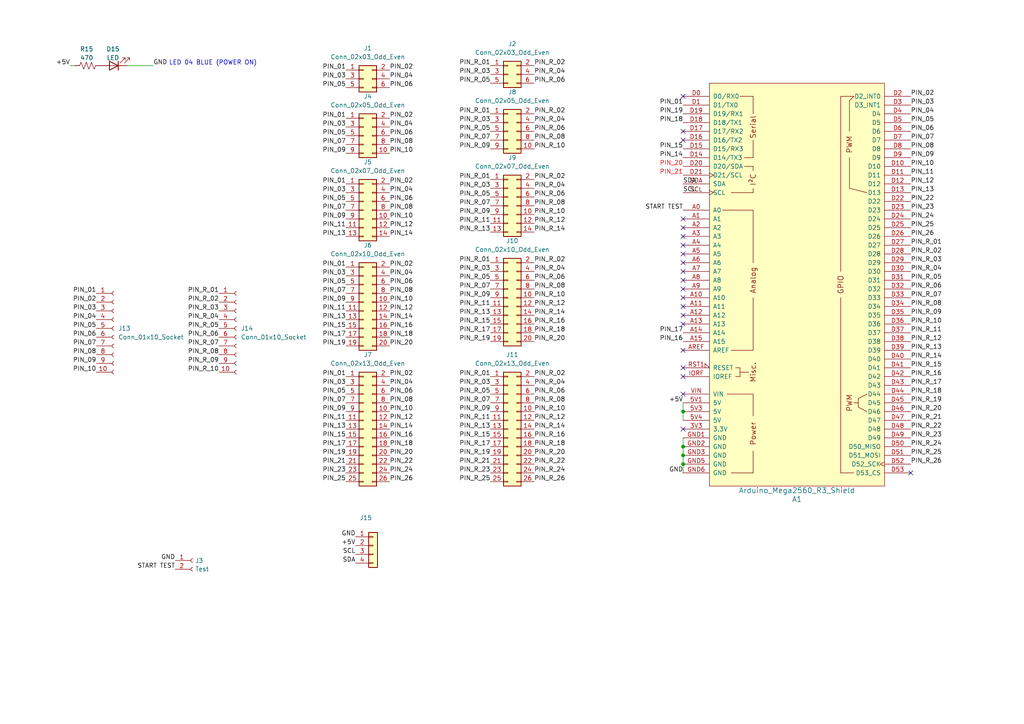
<source format=kicad_sch>
(kicad_sch (version 20231120) (generator "eeschema") (generator_version "8.0")
  (paper "A4")
  (lib_symbols
    (symbol "Arduino_NW_I2C-rescue:PT_Conn_01x04-PT_Symbol_Library_v001" (pin_names (offset 1.016) hide)
      (property "Reference" "J" (at 0 7.62 0))
      (property "Value" "PT_Symbol_Library_v001_PT_Conn_01x04" (at -1.27 -5.08 0))
      (symbol "PT_Conn_01x04-PT_Symbol_Library_v001_1_1"
        (rectangle (start -1.27 -2.413) (end 0 -2.667) (stroke (width 0.1524)))
        (rectangle (start -1.27 0.127) (end 0 -0.127) (stroke (width 0.1524)))
        (rectangle (start -1.27 2.667) (end 0 2.413) (stroke (width 0.1524)))
        (rectangle (start -1.27 5.207) (end 0 4.953) (stroke (width 0.1524)))
        (rectangle (start -1.27 6.35) (end 1.27 -3.81) (stroke (width 0.254)) (fill (type background)))
        (pin passive line (at -5.08 5.08 0) (length 3.81) (name "Pin_1") (number "1"))
        (pin passive line (at -5.08 2.54 0) (length 3.81) (name "Pin_2") (number "2"))
        (pin passive line (at -5.08 0 0) (length 3.81) (name "Pin_3") (number "3"))
        (pin passive line (at -5.08 -2.54 0) (length 3.81) (name "Pin_4") (number "4"))
      )
    )
    (symbol "Connector:Conn_01x02_Socket" (pin_names (offset 1.016) hide)
      (property "Reference" "J" (at 0 2.54 0))
      (property "Value" "Conn_01x02_Socket" (at 0 -5.08 0))
      (symbol "Conn_01x02_Socket_1_1"
        (arc (start 0 -2.032) (mid -0.5058 -2.54) (end 0 -3.048) (stroke (width 0.1524)))
        (polyline (pts (xy -1.27 -2.54) (xy -0.508 -2.54)) (stroke (width 0.1524)))
        (polyline (pts (xy -1.27 0) (xy -0.508 0)) (stroke (width 0.1524)))
        (arc (start 0 0.508) (mid -0.5058 0) (end 0 -0.508) (stroke (width 0.1524)))
        (pin passive line (at -5.08 0 0) (length 3.81) (name "Pin_1") (number "1"))
        (pin passive line (at -5.08 -2.54 0) (length 3.81) (name "Pin_2") (number "2"))
      )
    )
    (symbol "Connector:Conn_01x10_Socket" (pin_names (offset 1.016) hide)
      (property "Reference" "J" (at 0 12.7 0))
      (property "Value" "Conn_01x10_Socket" (at 0 -15.24 0))
      (symbol "Conn_01x10_Socket_1_1"
        (arc (start 0 -12.192) (mid -0.5058 -12.7) (end 0 -13.208) (stroke (width 0.1524)))
        (arc (start 0 -9.652) (mid -0.5058 -10.16) (end 0 -10.668) (stroke (width 0.1524)))
        (arc (start 0 -7.112) (mid -0.5058 -7.62) (end 0 -8.128) (stroke (width 0.1524)))
        (arc (start 0 -4.572) (mid -0.5058 -5.08) (end 0 -5.588) (stroke (width 0.1524)))
        (arc (start 0 -2.032) (mid -0.5058 -2.54) (end 0 -3.048) (stroke (width 0.1524)))
        (polyline (pts (xy -1.27 -12.7) (xy -0.508 -12.7)) (stroke (width 0.1524)))
        (polyline (pts (xy -1.27 -10.16) (xy -0.508 -10.16)) (stroke (width 0.1524)))
        (polyline (pts (xy -1.27 -7.62) (xy -0.508 -7.62)) (stroke (width 0.1524)))
        (polyline (pts (xy -1.27 -5.08) (xy -0.508 -5.08)) (stroke (width 0.1524)))
        (polyline (pts (xy -1.27 -2.54) (xy -0.508 -2.54)) (stroke (width 0.1524)))
        (polyline (pts (xy -1.27 0) (xy -0.508 0)) (stroke (width 0.1524)))
        (polyline (pts (xy -1.27 2.54) (xy -0.508 2.54)) (stroke (width 0.1524)))
        (polyline (pts (xy -1.27 5.08) (xy -0.508 5.08)) (stroke (width 0.1524)))
        (polyline (pts (xy -1.27 7.62) (xy -0.508 7.62)) (stroke (width 0.1524)))
        (polyline (pts (xy -1.27 10.16) (xy -0.508 10.16)) (stroke (width 0.1524)))
        (arc (start 0 0.508) (mid -0.5058 0) (end 0 -0.508) (stroke (width 0.1524)))
        (arc (start 0 3.048) (mid -0.5058 2.54) (end 0 2.032) (stroke (width 0.1524)))
        (arc (start 0 5.588) (mid -0.5058 5.08) (end 0 4.572) (stroke (width 0.1524)))
        (arc (start 0 8.128) (mid -0.5058 7.62) (end 0 7.112) (stroke (width 0.1524)))
        (arc (start 0 10.668) (mid -0.5058 10.16) (end 0 9.652) (stroke (width 0.1524)))
        (pin passive line (at -5.08 10.16 0) (length 3.81) (name "Pin_1") (number "1"))
        (pin passive line (at -5.08 -12.7 0) (length 3.81) (name "Pin_10") (number "10"))
        (pin passive line (at -5.08 7.62 0) (length 3.81) (name "Pin_2") (number "2"))
        (pin passive line (at -5.08 5.08 0) (length 3.81) (name "Pin_3") (number "3"))
        (pin passive line (at -5.08 2.54 0) (length 3.81) (name "Pin_4") (number "4"))
        (pin passive line (at -5.08 0 0) (length 3.81) (name "Pin_5") (number "5"))
        (pin passive line (at -5.08 -2.54 0) (length 3.81) (name "Pin_6") (number "6"))
        (pin passive line (at -5.08 -5.08 0) (length 3.81) (name "Pin_7") (number "7"))
        (pin passive line (at -5.08 -7.62 0) (length 3.81) (name "Pin_8") (number "8"))
        (pin passive line (at -5.08 -10.16 0) (length 3.81) (name "Pin_9") (number "9"))
      )
    )
    (symbol "Connector_Generic:Conn_02x03_Odd_Even" (pin_names (offset 1.016) hide)
      (property "Reference" "J" (at 1.27 5.08 0))
      (property "Value" "Conn_02x03_Odd_Even" (at 1.27 -5.08 0))
      (symbol "Conn_02x03_Odd_Even_1_1"
        (rectangle (start -1.27 -2.413) (end 0 -2.667) (stroke (width 0.1524)))
        (rectangle (start -1.27 0.127) (end 0 -0.127) (stroke (width 0.1524)))
        (rectangle (start -1.27 2.667) (end 0 2.413) (stroke (width 0.1524)))
        (rectangle (start -1.27 3.81) (end 3.81 -3.81) (stroke (width 0.254)) (fill (type background)))
        (rectangle (start 3.81 -2.413) (end 2.54 -2.667) (stroke (width 0.1524)))
        (rectangle (start 3.81 0.127) (end 2.54 -0.127) (stroke (width 0.1524)))
        (rectangle (start 3.81 2.667) (end 2.54 2.413) (stroke (width 0.1524)))
        (pin passive line (at -5.08 2.54 0) (length 3.81) (name "Pin_1") (number "1"))
        (pin passive line (at 7.62 2.54 180) (length 3.81) (name "Pin_2") (number "2"))
        (pin passive line (at -5.08 0 0) (length 3.81) (name "Pin_3") (number "3"))
        (pin passive line (at 7.62 0 180) (length 3.81) (name "Pin_4") (number "4"))
        (pin passive line (at -5.08 -2.54 0) (length 3.81) (name "Pin_5") (number "5"))
        (pin passive line (at 7.62 -2.54 180) (length 3.81) (name "Pin_6") (number "6"))
      )
    )
    (symbol "Connector_Generic:Conn_02x05_Odd_Even" (pin_names (offset 1.016) hide)
      (property "Reference" "J" (at 1.27 7.62 0))
      (property "Value" "Conn_02x05_Odd_Even" (at 1.27 -7.62 0))
      (symbol "Conn_02x05_Odd_Even_1_1"
        (rectangle (start -1.27 -4.953) (end 0 -5.207) (stroke (width 0.1524)))
        (rectangle (start -1.27 -2.413) (end 0 -2.667) (stroke (width 0.1524)))
        (rectangle (start -1.27 0.127) (end 0 -0.127) (stroke (width 0.1524)))
        (rectangle (start -1.27 2.667) (end 0 2.413) (stroke (width 0.1524)))
        (rectangle (start -1.27 5.207) (end 0 4.953) (stroke (width 0.1524)))
        (rectangle (start -1.27 6.35) (end 3.81 -6.35) (stroke (width 0.254)) (fill (type background)))
        (rectangle (start 3.81 -4.953) (end 2.54 -5.207) (stroke (width 0.1524)))
        (rectangle (start 3.81 -2.413) (end 2.54 -2.667) (stroke (width 0.1524)))
        (rectangle (start 3.81 0.127) (end 2.54 -0.127) (stroke (width 0.1524)))
        (rectangle (start 3.81 2.667) (end 2.54 2.413) (stroke (width 0.1524)))
        (rectangle (start 3.81 5.207) (end 2.54 4.953) (stroke (width 0.1524)))
        (pin passive line (at -5.08 5.08 0) (length 3.81) (name "Pin_1") (number "1"))
        (pin passive line (at 7.62 -5.08 180) (length 3.81) (name "Pin_10") (number "10"))
        (pin passive line (at 7.62 5.08 180) (length 3.81) (name "Pin_2") (number "2"))
        (pin passive line (at -5.08 2.54 0) (length 3.81) (name "Pin_3") (number "3"))
        (pin passive line (at 7.62 2.54 180) (length 3.81) (name "Pin_4") (number "4"))
        (pin passive line (at -5.08 0 0) (length 3.81) (name "Pin_5") (number "5"))
        (pin passive line (at 7.62 0 180) (length 3.81) (name "Pin_6") (number "6"))
        (pin passive line (at -5.08 -2.54 0) (length 3.81) (name "Pin_7") (number "7"))
        (pin passive line (at 7.62 -2.54 180) (length 3.81) (name "Pin_8") (number "8"))
        (pin passive line (at -5.08 -5.08 0) (length 3.81) (name "Pin_9") (number "9"))
      )
    )
    (symbol "Connector_Generic:Conn_02x07_Odd_Even" (pin_names (offset 1.016) hide)
      (property "Reference" "J" (at 1.27 10.16 0))
      (property "Value" "Conn_02x07_Odd_Even" (at 1.27 -10.16 0))
      (symbol "Conn_02x07_Odd_Even_1_1"
        (rectangle (start -1.27 -7.493) (end 0 -7.747) (stroke (width 0.1524)))
        (rectangle (start -1.27 -4.953) (end 0 -5.207) (stroke (width 0.1524)))
        (rectangle (start -1.27 -2.413) (end 0 -2.667) (stroke (width 0.1524)))
        (rectangle (start -1.27 0.127) (end 0 -0.127) (stroke (width 0.1524)))
        (rectangle (start -1.27 2.667) (end 0 2.413) (stroke (width 0.1524)))
        (rectangle (start -1.27 5.207) (end 0 4.953) (stroke (width 0.1524)))
        (rectangle (start -1.27 7.747) (end 0 7.493) (stroke (width 0.1524)))
        (rectangle (start -1.27 8.89) (end 3.81 -8.89) (stroke (width 0.254)) (fill (type background)))
        (rectangle (start 3.81 -7.493) (end 2.54 -7.747) (stroke (width 0.1524)))
        (rectangle (start 3.81 -4.953) (end 2.54 -5.207) (stroke (width 0.1524)))
        (rectangle (start 3.81 -2.413) (end 2.54 -2.667) (stroke (width 0.1524)))
        (rectangle (start 3.81 0.127) (end 2.54 -0.127) (stroke (width 0.1524)))
        (rectangle (start 3.81 2.667) (end 2.54 2.413) (stroke (width 0.1524)))
        (rectangle (start 3.81 5.207) (end 2.54 4.953) (stroke (width 0.1524)))
        (rectangle (start 3.81 7.747) (end 2.54 7.493) (stroke (width 0.1524)))
        (pin passive line (at -5.08 7.62 0) (length 3.81) (name "Pin_1") (number "1"))
        (pin passive line (at 7.62 -2.54 180) (length 3.81) (name "Pin_10") (number "10"))
        (pin passive line (at -5.08 -5.08 0) (length 3.81) (name "Pin_11") (number "11"))
        (pin passive line (at 7.62 -5.08 180) (length 3.81) (name "Pin_12") (number "12"))
        (pin passive line (at -5.08 -7.62 0) (length 3.81) (name "Pin_13") (number "13"))
        (pin passive line (at 7.62 -7.62 180) (length 3.81) (name "Pin_14") (number "14"))
        (pin passive line (at 7.62 7.62 180) (length 3.81) (name "Pin_2") (number "2"))
        (pin passive line (at -5.08 5.08 0) (length 3.81) (name "Pin_3") (number "3"))
        (pin passive line (at 7.62 5.08 180) (length 3.81) (name "Pin_4") (number "4"))
        (pin passive line (at -5.08 2.54 0) (length 3.81) (name "Pin_5") (number "5"))
        (pin passive line (at 7.62 2.54 180) (length 3.81) (name "Pin_6") (number "6"))
        (pin passive line (at -5.08 0 0) (length 3.81) (name "Pin_7") (number "7"))
        (pin passive line (at 7.62 0 180) (length 3.81) (name "Pin_8") (number "8"))
        (pin passive line (at -5.08 -2.54 0) (length 3.81) (name "Pin_9") (number "9"))
      )
    )
    (symbol "Connector_Generic:Conn_02x10_Odd_Even" (pin_names (offset 1.016) hide)
      (property "Reference" "J" (at 1.27 12.7 0))
      (property "Value" "Conn_02x10_Odd_Even" (at 1.27 -15.24 0))
      (symbol "Conn_02x10_Odd_Even_1_1"
        (rectangle (start -1.27 -12.573) (end 0 -12.827) (stroke (width 0.1524)))
        (rectangle (start -1.27 -10.033) (end 0 -10.287) (stroke (width 0.1524)))
        (rectangle (start -1.27 -7.493) (end 0 -7.747) (stroke (width 0.1524)))
        (rectangle (start -1.27 -4.953) (end 0 -5.207) (stroke (width 0.1524)))
        (rectangle (start -1.27 -2.413) (end 0 -2.667) (stroke (width 0.1524)))
        (rectangle (start -1.27 0.127) (end 0 -0.127) (stroke (width 0.1524)))
        (rectangle (start -1.27 2.667) (end 0 2.413) (stroke (width 0.1524)))
        (rectangle (start -1.27 5.207) (end 0 4.953) (stroke (width 0.1524)))
        (rectangle (start -1.27 7.747) (end 0 7.493) (stroke (width 0.1524)))
        (rectangle (start -1.27 10.287) (end 0 10.033) (stroke (width 0.1524)))
        (rectangle (start -1.27 11.43) (end 3.81 -13.97) (stroke (width 0.254)) (fill (type background)))
        (rectangle (start 3.81 -12.573) (end 2.54 -12.827) (stroke (width 0.1524)))
        (rectangle (start 3.81 -10.033) (end 2.54 -10.287) (stroke (width 0.1524)))
        (rectangle (start 3.81 -7.493) (end 2.54 -7.747) (stroke (width 0.1524)))
        (rectangle (start 3.81 -4.953) (end 2.54 -5.207) (stroke (width 0.1524)))
        (rectangle (start 3.81 -2.413) (end 2.54 -2.667) (stroke (width 0.1524)))
        (rectangle (start 3.81 0.127) (end 2.54 -0.127) (stroke (width 0.1524)))
        (rectangle (start 3.81 2.667) (end 2.54 2.413) (stroke (width 0.1524)))
        (rectangle (start 3.81 5.207) (end 2.54 4.953) (stroke (width 0.1524)))
        (rectangle (start 3.81 7.747) (end 2.54 7.493) (stroke (width 0.1524)))
        (rectangle (start 3.81 10.287) (end 2.54 10.033) (stroke (width 0.1524)))
        (pin passive line (at -5.08 10.16 0) (length 3.81) (name "Pin_1") (number "1"))
        (pin passive line (at 7.62 0 180) (length 3.81) (name "Pin_10") (number "10"))
        (pin passive line (at -5.08 -2.54 0) (length 3.81) (name "Pin_11") (number "11"))
        (pin passive line (at 7.62 -2.54 180) (length 3.81) (name "Pin_12") (number "12"))
        (pin passive line (at -5.08 -5.08 0) (length 3.81) (name "Pin_13") (number "13"))
        (pin passive line (at 7.62 -5.08 180) (length 3.81) (name "Pin_14") (number "14"))
        (pin passive line (at -5.08 -7.62 0) (length 3.81) (name "Pin_15") (number "15"))
        (pin passive line (at 7.62 -7.62 180) (length 3.81) (name "Pin_16") (number "16"))
        (pin passive line (at -5.08 -10.16 0) (length 3.81) (name "Pin_17") (number "17"))
        (pin passive line (at 7.62 -10.16 180) (length 3.81) (name "Pin_18") (number "18"))
        (pin passive line (at -5.08 -12.7 0) (length 3.81) (name "Pin_19") (number "19"))
        (pin passive line (at 7.62 10.16 180) (length 3.81) (name "Pin_2") (number "2"))
        (pin passive line (at 7.62 -12.7 180) (length 3.81) (name "Pin_20") (number "20"))
        (pin passive line (at -5.08 7.62 0) (length 3.81) (name "Pin_3") (number "3"))
        (pin passive line (at 7.62 7.62 180) (length 3.81) (name "Pin_4") (number "4"))
        (pin passive line (at -5.08 5.08 0) (length 3.81) (name "Pin_5") (number "5"))
        (pin passive line (at 7.62 5.08 180) (length 3.81) (name "Pin_6") (number "6"))
        (pin passive line (at -5.08 2.54 0) (length 3.81) (name "Pin_7") (number "7"))
        (pin passive line (at 7.62 2.54 180) (length 3.81) (name "Pin_8") (number "8"))
        (pin passive line (at -5.08 0 0) (length 3.81) (name "Pin_9") (number "9"))
      )
    )
    (symbol "Connector_Generic:Conn_02x13_Odd_Even" (pin_names (offset 1.016) hide)
      (property "Reference" "J" (at 1.27 17.78 0))
      (property "Value" "Conn_02x13_Odd_Even" (at 1.27 -17.78 0))
      (symbol "Conn_02x13_Odd_Even_1_1"
        (rectangle (start -1.27 -15.113) (end 0 -15.367) (stroke (width 0.1524)))
        (rectangle (start -1.27 -12.573) (end 0 -12.827) (stroke (width 0.1524)))
        (rectangle (start -1.27 -10.033) (end 0 -10.287) (stroke (width 0.1524)))
        (rectangle (start -1.27 -7.493) (end 0 -7.747) (stroke (width 0.1524)))
        (rectangle (start -1.27 -4.953) (end 0 -5.207) (stroke (width 0.1524)))
        (rectangle (start -1.27 -2.413) (end 0 -2.667) (stroke (width 0.1524)))
        (rectangle (start -1.27 0.127) (end 0 -0.127) (stroke (width 0.1524)))
        (rectangle (start -1.27 2.667) (end 0 2.413) (stroke (width 0.1524)))
        (rectangle (start -1.27 5.207) (end 0 4.953) (stroke (width 0.1524)))
        (rectangle (start -1.27 7.747) (end 0 7.493) (stroke (width 0.1524)))
        (rectangle (start -1.27 10.287) (end 0 10.033) (stroke (width 0.1524)))
        (rectangle (start -1.27 12.827) (end 0 12.573) (stroke (width 0.1524)))
        (rectangle (start -1.27 15.367) (end 0 15.113) (stroke (width 0.1524)))
        (rectangle (start -1.27 16.51) (end 3.81 -16.51) (stroke (width 0.254)) (fill (type background)))
        (rectangle (start 3.81 -15.113) (end 2.54 -15.367) (stroke (width 0.1524)))
        (rectangle (start 3.81 -12.573) (end 2.54 -12.827) (stroke (width 0.1524)))
        (rectangle (start 3.81 -10.033) (end 2.54 -10.287) (stroke (width 0.1524)))
        (rectangle (start 3.81 -7.493) (end 2.54 -7.747) (stroke (width 0.1524)))
        (rectangle (start 3.81 -4.953) (end 2.54 -5.207) (stroke (width 0.1524)))
        (rectangle (start 3.81 -2.413) (end 2.54 -2.667) (stroke (width 0.1524)))
        (rectangle (start 3.81 0.127) (end 2.54 -0.127) (stroke (width 0.1524)))
        (rectangle (start 3.81 2.667) (end 2.54 2.413) (stroke (width 0.1524)))
        (rectangle (start 3.81 5.207) (end 2.54 4.953) (stroke (width 0.1524)))
        (rectangle (start 3.81 7.747) (end 2.54 7.493) (stroke (width 0.1524)))
        (rectangle (start 3.81 10.287) (end 2.54 10.033) (stroke (width 0.1524)))
        (rectangle (start 3.81 12.827) (end 2.54 12.573) (stroke (width 0.1524)))
        (rectangle (start 3.81 15.367) (end 2.54 15.113) (stroke (width 0.1524)))
        (pin passive line (at -5.08 15.24 0) (length 3.81) (name "Pin_1") (number "1"))
        (pin passive line (at 7.62 5.08 180) (length 3.81) (name "Pin_10") (number "10"))
        (pin passive line (at -5.08 2.54 0) (length 3.81) (name "Pin_11") (number "11"))
        (pin passive line (at 7.62 2.54 180) (length 3.81) (name "Pin_12") (number "12"))
        (pin passive line (at -5.08 0 0) (length 3.81) (name "Pin_13") (number "13"))
        (pin passive line (at 7.62 0 180) (length 3.81) (name "Pin_14") (number "14"))
        (pin passive line (at -5.08 -2.54 0) (length 3.81) (name "Pin_15") (number "15"))
        (pin passive line (at 7.62 -2.54 180) (length 3.81) (name "Pin_16") (number "16"))
        (pin passive line (at -5.08 -5.08 0) (length 3.81) (name "Pin_17") (number "17"))
        (pin passive line (at 7.62 -5.08 180) (length 3.81) (name "Pin_18") (number "18"))
        (pin passive line (at -5.08 -7.62 0) (length 3.81) (name "Pin_19") (number "19"))
        (pin passive line (at 7.62 15.24 180) (length 3.81) (name "Pin_2") (number "2"))
        (pin passive line (at 7.62 -7.62 180) (length 3.81) (name "Pin_20") (number "20"))
        (pin passive line (at -5.08 -10.16 0) (length 3.81) (name "Pin_21") (number "21"))
        (pin passive line (at 7.62 -10.16 180) (length 3.81) (name "Pin_22") (number "22"))
        (pin passive line (at -5.08 -12.7 0) (length 3.81) (name "Pin_23") (number "23"))
        (pin passive line (at 7.62 -12.7 180) (length 3.81) (name "Pin_24") (number "24"))
        (pin passive line (at -5.08 -15.24 0) (length 3.81) (name "Pin_25") (number "25"))
        (pin passive line (at 7.62 -15.24 180) (length 3.81) (name "Pin_26") (number "26"))
        (pin passive line (at -5.08 12.7 0) (length 3.81) (name "Pin_3") (number "3"))
        (pin passive line (at 7.62 12.7 180) (length 3.81) (name "Pin_4") (number "4"))
        (pin passive line (at -5.08 10.16 0) (length 3.81) (name "Pin_5") (number "5"))
        (pin passive line (at 7.62 10.16 180) (length 3.81) (name "Pin_6") (number "6"))
        (pin passive line (at -5.08 7.62 0) (length 3.81) (name "Pin_7") (number "7"))
        (pin passive line (at 7.62 7.62 180) (length 3.81) (name "Pin_8") (number "8"))
        (pin passive line (at -5.08 5.08 0) (length 3.81) (name "Pin_9") (number "9"))
      )
    )
    (symbol "Device:LED" (pin_numbers hide) (pin_names (offset 1.016) hide)
      (property "Reference" "D" (at 0 2.54 0))
      (property "Value" "LED" (at 0 -2.54 0))
      (symbol "LED_0_1"
        (polyline (pts (xy -1.27 -1.27) (xy -1.27 1.27)) (stroke (width 0.254)))
        (polyline (pts (xy -1.27 0) (xy 1.27 0)))
        (polyline (pts (xy 1.27 -1.27) (xy 1.27 1.27) (xy -1.27 0) (xy 1.27 -1.27)) (stroke (width 0.254)))
        (polyline (pts (xy -3.048 -0.762) (xy -4.572 -2.286) (xy -3.81 -2.286) (xy -4.572 -2.286) (xy -4.572 -1.524)))
        (polyline (pts (xy -1.778 -0.762) (xy -3.302 -2.286) (xy -2.54 -2.286) (xy -3.302 -2.286) (xy -3.302 -1.524)))
      )
      (symbol "LED_1_1"
        (pin passive line (at -3.81 0 0) (length 2.54) (name "K") (number "1"))
        (pin passive line (at 3.81 0 180) (length 2.54) (name "A") (number "2"))
      )
    )
    (symbol "Device:R_US" (pin_numbers hide) (pin_names (offset 0))
      (property "Reference" "R" (at 2.54 0 90))
      (property "Value" "R_US" (at -2.54 0 90))
      (symbol "R_US_0_1"
        (polyline (pts (xy 0 -2.286) (xy 0 -2.54)))
        (polyline (pts (xy 0 2.286) (xy 0 2.54)))
        (polyline (pts (xy 0 -0.762) (xy 1.016 -1.143) (xy 0 -1.524) (xy -1.016 -1.905) (xy 0 -2.286)))
        (polyline (pts (xy 0 0.762) (xy 1.016 0.381) (xy 0 0) (xy -1.016 -0.381) (xy 0 -0.762)))
        (polyline (pts (xy 0 2.286) (xy 1.016 1.905) (xy 0 1.524) (xy -1.016 1.143) (xy 0 0.762)))
      )
      (symbol "R_US_1_1"
        (pin passive line (at 0 3.81 270) (length 1.27) (name "~") (number "1"))
        (pin passive line (at 0 -3.81 90) (length 1.27) (name "~") (number "2"))
      )
    )
    (symbol "arduino-library:Arduino_Mega2560_R3_Shield" (pin_names (offset 1.016))
      (property "Reference" "A1" (at 0 -62.23 0))
      (property "Value" "Arduino_Mega2560_R3_Shield" (at 0 -59.69 0))
      (symbol "Arduino_Mega2560_R3_Shield_0_0"
        (rectangle (start -25.4 -58.42) (end 25.4 58.42) (fill (type background)))
        (rectangle (start -20.32 -31.75) (end -12.7 -31.75))
        (rectangle (start -19.05 -54.61) (end -12.7 -54.61))
        (rectangle (start -19.05 -19.05) (end -12.7 -19.05))
        (rectangle (start -19.05 26.67) (end -12.7 26.67))
        (rectangle (start -17.78 -26.67) (end -16.51 -26.67))
        (rectangle (start -17.78 -24.13) (end -16.51 -24.13))
        (rectangle (start -16.51 -25.4) (end -13.97 -25.4))
        (rectangle (start -16.51 -24.13) (end -16.51 -26.67))
        (rectangle (start -16.51 54.61) (end -12.7 54.61))
        (rectangle (start -15.24 34.29) (end -12.7 34.29))
        (rectangle (start -15.24 36.83) (end -12.7 36.83))
        (rectangle (start -12.7 -54.61) (end -12.7 -48.26))
        (rectangle (start -12.7 -31.75) (end -12.7 -38.1))
        (rectangle (start -12.7 26.67) (end -12.7 27.94))
        (rectangle (start -12.7 34.29) (end -12.7 33.02))
        (rectangle (start -12.7 41.91) (end -12.7 36.83))
        (rectangle (start -12.7 49.53) (end -12.7 54.61))
        (polyline (pts (xy -21.59 21.59) (xy -12.7 21.59)))
        (polyline (pts (xy -12.7 -19.05) (xy -12.7 -3.81)))
        (polyline (pts (xy -12.7 6.35) (xy -12.7 21.59)))
        (polyline (pts (xy 12.7 -54.61) (xy 16.51 -54.61)))
        (polyline (pts (xy 12.7 54.61) (xy 16.51 54.61)))
        (polyline (pts (xy 17.78 -34.29) (xy 16.51 -34.29)))
        (polyline (pts (xy 15.24 36.83) (xy 15.24 27.94) (xy 20.32 26.67)))
        (polyline (pts (xy 15.24 44.45) (xy 15.24 53.34) (xy 16.51 54.61)))
        (polyline (pts (xy 20.32 -31.75) (xy 17.78 -33.02) (xy 17.78 -35.56) (xy 20.32 -36.83)))
        (text "Analog" (at -12.7 1.27 900) (effects (font (size 1.524 1.524))))
        (text "I²C" (at -12.7 30.48 900) (effects (font (size 1.524 1.524))))
        (text "Misc." (at -12.7 -25.4 900) (effects (font (size 1.524 1.524))))
        (text "Power" (at -12.7 -43.18 900) (effects (font (size 1.524 1.524))))
        (text "PWM" (at 15.24 -34.29 900) (effects (font (size 1.524 1.524))))
        (text "PWM" (at 15.24 40.64 900) (effects (font (size 1.524 1.524))))
        (text "Serial" (at -12.7 45.72 900) (effects (font (size 1.524 1.524))))
      )
      (symbol "Arduino_Mega2560_R3_Shield_1_0"
        (rectangle (start 12.7 -54.61) (end 12.7 -3.81))
        (rectangle (start 12.7 54.61) (end 12.7 3.81))
        (text "GPIO" (at 12.7 0 900) (effects (font (size 1.524 1.524))))
      )
      (symbol "Arduino_Mega2560_R3_Shield_1_1"
        (pin power_out line (at -33.02 -41.91 0) (length 7.62) (name "3.3V") (number "3V3"))
        (pin power_in line (at -33.02 -34.29 0) (length 7.62) (name "5V") (number "5V1"))
        (pin power_in line (at -33.02 -36.83 0) (length 7.62) (name "5V") (number "5V3"))
        (pin power_in line (at -33.02 -39.37 0) (length 7.62) (name "5V") (number "5V4"))
        (pin bidirectional line (at -33.02 21.59 0) (length 7.62) (name "A0") (number "A0"))
        (pin bidirectional line (at -33.02 19.05 0) (length 7.62) (name "A1") (number "A1"))
        (pin bidirectional line (at -33.02 -3.81 0) (length 7.62) (name "A10") (number "A10"))
        (pin bidirectional line (at -33.02 -6.35 0) (length 7.62) (name "A11") (number "A11"))
        (pin bidirectional line (at -33.02 -8.89 0) (length 7.62) (name "A12") (number "A12"))
        (pin bidirectional line (at -33.02 -11.43 0) (length 7.62) (name "A13") (number "A13"))
        (pin bidirectional line (at -33.02 -13.97 0) (length 7.62) (name "A14") (number "A14"))
        (pin bidirectional line (at -33.02 -16.51 0) (length 7.62) (name "A15") (number "A15"))
        (pin bidirectional line (at -33.02 16.51 0) (length 7.62) (name "A2") (number "A2"))
        (pin bidirectional line (at -33.02 13.97 0) (length 7.62) (name "A3") (number "A3"))
        (pin bidirectional line (at -33.02 11.43 0) (length 7.62) (name "A4") (number "A4"))
        (pin bidirectional line (at -33.02 8.89 0) (length 7.62) (name "A5") (number "A5"))
        (pin bidirectional line (at -33.02 6.35 0) (length 7.62) (name "A6") (number "A6"))
        (pin bidirectional line (at -33.02 3.81 0) (length 7.62) (name "A7") (number "A7"))
        (pin bidirectional line (at -33.02 1.27 0) (length 7.62) (name "A8") (number "A8"))
        (pin bidirectional line (at -33.02 -1.27 0) (length 7.62) (name "A9") (number "A9"))
        (pin input line (at -33.02 -19.05 0) (length 7.62) (name "AREF") (number "AREF"))
        (pin bidirectional line (at -33.02 54.61 0) (length 7.62) (name "D0/RX0") (number "D0"))
        (pin bidirectional line (at -33.02 52.07 0) (length 7.62) (name "D1/TX0") (number "D1"))
        (pin bidirectional line (at 33.02 34.29 180) (length 7.62) (name "D10") (number "D10"))
        (pin bidirectional line (at 33.02 31.75 180) (length 7.62) (name "D11") (number "D11"))
        (pin bidirectional line (at 33.02 29.21 180) (length 7.62) (name "D12") (number "D12"))
        (pin bidirectional line (at 33.02 26.67 180) (length 7.62) (name "D13") (number "D13"))
        (pin bidirectional line (at -33.02 36.83 0) (length 7.62) (name "D14/TX3") (number "D14"))
        (pin bidirectional line (at -33.02 39.37 0) (length 7.62) (name "D15/RX3") (number "D15"))
        (pin bidirectional line (at -33.02 41.91 0) (length 7.62) (name "D16/TX2") (number "D16"))
        (pin bidirectional line (at -33.02 44.45 0) (length 7.62) (name "D17/RX2") (number "D17"))
        (pin bidirectional line (at -33.02 46.99 0) (length 7.62) (name "D18/TX1") (number "D18"))
        (pin bidirectional line (at -33.02 49.53 0) (length 7.62) (name "D19/RX1") (number "D19"))
        (pin bidirectional line (at 33.02 54.61 180) (length 7.62) (name "D2_INT0") (number "D2"))
        (pin bidirectional line (at -33.02 34.29 0) (length 7.62) (name "D20/SDA") (number "D20"))
        (pin bidirectional clock (at -33.02 31.75 0) (length 7.62) (name "D21/SCL") (number "D21"))
        (pin bidirectional line (at 33.02 24.13 180) (length 7.62) (name "D22") (number "D22"))
        (pin bidirectional line (at 33.02 21.59 180) (length 7.62) (name "D23") (number "D23"))
        (pin bidirectional line (at 33.02 19.05 180) (length 7.62) (name "D24") (number "D24"))
        (pin bidirectional line (at 33.02 16.51 180) (length 7.62) (name "D25") (number "D25"))
        (pin bidirectional line (at 33.02 13.97 180) (length 7.62) (name "D26") (number "D26"))
        (pin bidirectional line (at 33.02 11.43 180) (length 7.62) (name "D27") (number "D27"))
        (pin bidirectional line (at 33.02 8.89 180) (length 7.62) (name "D28") (number "D28"))
        (pin bidirectional line (at 33.02 6.35 180) (length 7.62) (name "D29") (number "D29"))
        (pin bidirectional line (at 33.02 52.07 180) (length 7.62) (name "D3_INT1") (number "D3"))
        (pin bidirectional line (at 33.02 3.81 180) (length 7.62) (name "D30") (number "D30"))
        (pin bidirectional line (at 33.02 1.27 180) (length 7.62) (name "D31") (number "D31"))
        (pin bidirectional line (at 33.02 -1.27 180) (length 7.62) (name "D32") (number "D32"))
        (pin bidirectional line (at 33.02 -3.81 180) (length 7.62) (name "D33") (number "D33"))
        (pin bidirectional line (at 33.02 -6.35 180) (length 7.62) (name "D34") (number "D34"))
        (pin bidirectional line (at 33.02 -8.89 180) (length 7.62) (name "D35") (number "D35"))
        (pin bidirectional line (at 33.02 -11.43 180) (length 7.62) (name "D36") (number "D36"))
        (pin bidirectional line (at 33.02 -13.97 180) (length 7.62) (name "D37") (number "D37"))
        (pin bidirectional line (at 33.02 -16.51 180) (length 7.62) (name "D38") (number "D38"))
        (pin bidirectional line (at 33.02 -19.05 180) (length 7.62) (name "D39") (number "D39"))
        (pin bidirectional line (at 33.02 49.53 180) (length 7.62) (name "D4") (number "D4"))
        (pin bidirectional line (at 33.02 -21.59 180) (length 7.62) (name "D40") (number "D40"))
        (pin bidirectional line (at 33.02 -24.13 180) (length 7.62) (name "D41") (number "D41"))
        (pin bidirectional line (at 33.02 -26.67 180) (length 7.62) (name "D42") (number "D42"))
        (pin bidirectional line (at 33.02 -29.21 180) (length 7.62) (name "D43") (number "D43"))
        (pin bidirectional line (at 33.02 -31.75 180) (length 7.62) (name "D44") (number "D44"))
        (pin bidirectional line (at 33.02 -34.29 180) (length 7.62) (name "D45") (number "D45"))
        (pin bidirectional line (at 33.02 -36.83 180) (length 7.62) (name "D46") (number "D46"))
        (pin bidirectional line (at 33.02 -39.37 180) (length 7.62) (name "D47") (number "D47"))
        (pin bidirectional line (at 33.02 -41.91 180) (length 7.62) (name "D48") (number "D48"))
        (pin bidirectional line (at 33.02 -44.45 180) (length 7.62) (name "D49") (number "D49"))
        (pin bidirectional line (at 33.02 46.99 180) (length 7.62) (name "D5") (number "D5"))
        (pin bidirectional line (at 33.02 -46.99 180) (length 7.62) (name "D50_MISO") (number "D50"))
        (pin bidirectional line (at 33.02 -49.53 180) (length 7.62) (name "D51_MOSI") (number "D51"))
        (pin bidirectional clock (at 33.02 -52.07 180) (length 7.62) (name "D52_SCK") (number "D52"))
        (pin bidirectional line (at 33.02 -54.61 180) (length 7.62) (name "D53_CS") (number "D53"))
        (pin bidirectional line (at 33.02 44.45 180) (length 7.62) (name "D6") (number "D6"))
        (pin bidirectional line (at 33.02 41.91 180) (length 7.62) (name "D7") (number "D7"))
        (pin bidirectional line (at 33.02 39.37 180) (length 7.62) (name "D8") (number "D8"))
        (pin bidirectional line (at 33.02 36.83 180) (length 7.62) (name "D9") (number "D9"))
        (pin power_in line (at -33.02 -44.45 0) (length 7.62) (name "GND") (number "GND1"))
        (pin power_in line (at -33.02 -46.99 0) (length 7.62) (name "GND") (number "GND2"))
        (pin power_in line (at -33.02 -49.53 0) (length 7.62) (name "GND") (number "GND3"))
        (pin power_in line (at -33.02 -52.07 0) (length 7.62) (name "GND") (number "GND5"))
        (pin power_in line (at -33.02 -54.61 0) (length 7.62) (name "GND") (number "GND6"))
        (pin output line (at -33.02 -26.67 0) (length 7.62) (name "IOREF") (number "IORF"))
        (pin open_collector input_low (at -33.02 -24.13 0) (length 7.62) (name "RESET") (number "RST1"))
        (pin bidirectional clock (at -33.02 26.67 0) (length 7.62) (name "SCL") (number "SCL"))
        (pin bidirectional line (at -33.02 29.21 0) (length 7.62) (name "SDA") (number "SDA"))
        (pin power_in line (at -33.02 -31.75 0) (length 7.62) (name "VIN") (number "VIN"))
      )
    )
  )
  (junction (at 198.12 129.54))
  (junction (at 198.12 134.62))
  (junction (at 198.12 132.08))
  (junction (at 198.12 119.38))
  (no_connect (at 198.12 86.36))
  (no_connect (at 198.12 81.28))
  (no_connect (at 198.12 71.12))
  (no_connect (at 198.12 27.94))
  (no_connect (at 198.12 109.22))
  (no_connect (at 198.12 38.1))
  (no_connect (at 198.12 93.98))
  (no_connect (at 198.12 83.82))
  (no_connect (at 198.12 66.04))
  (no_connect (at 198.12 78.74))
  (no_connect (at 198.12 114.3))
  (no_connect (at 198.12 91.44))
  (no_connect (at 198.12 124.46))
  (no_connect (at 198.12 76.2))
  (no_connect (at 198.12 40.64))
  (no_connect (at 198.12 106.68))
  (no_connect (at 264.16 137.16))
  (no_connect (at 198.12 63.5))
  (no_connect (at 198.12 101.6))
  (no_connect (at 198.12 88.9))
  (no_connect (at 198.12 73.66))
  (no_connect (at 198.12 68.58))
  (wire (pts (xy 44.45 19.05) (xy 36.83 19.05)))
  (wire (pts (xy 198.12 129.54) (xy 198.12 132.08)))
  (wire (pts (xy 198.12 134.62) (xy 198.12 137.16)))
  (wire (pts (xy 198.12 119.38) (xy 198.12 121.92)))
  (wire (pts (xy 198.12 116.84) (xy 198.12 119.38)))
  (wire (pts (xy 198.12 127) (xy 198.12 129.54)))
  (wire (pts (xy 21.59 19.05) (xy 20.32 19.05)))
  (wire (pts (xy 198.12 132.08) (xy 198.12 134.62)))
  (text "LED 04 BLUE (POWER ON)" (at 49.022 18.288 0) (effects (font (size 1.27 1.27)) (justify left)))
  (label "PIN_R_07" (at 264.16 86.36 0))
  (label "PIN_R_17" (at 264.16 111.76 0))
  (label "PIN_R_26" (at 264.16 134.62 0))
  (label "PIN_03" (at 100.33 111.76 180))
  (label "PIN_06" (at 113.03 114.3 0))
  (label "PIN_16" (at 198.12 99.06 180))
  (label "PIN_08" (at 113.03 116.84 0))
  (label "PIN_R_07" (at 142.24 116.84 180))
  (label "PIN_R_13" (at 142.24 67.31 180))
  (label "PIN_R_20" (at 154.94 132.08 0))
  (label "PIN_R_08" (at 154.94 83.82 0))
  (label "PIN_R_18" (at 154.94 96.52 0))
  (label "SDA" (at 103.124 163.322 180))
  (label "PIN_R_03" (at 142.24 78.74 180))
  (label "PIN_R_07" (at 142.24 59.69 180))
  (label "PIN_06" (at 113.03 39.37 0))
  (label "START TEST" (at 50.8 165.1 180))
  (label "PIN_R_16" (at 264.16 109.22 0))
  (label "PIN_22" (at 113.03 134.62 0))
  (label "PIN_R_05" (at 63.5 95.25 180))
  (label "PIN_04" (at 264.16 33.02 0))
  (label "PIN_R_01" (at 142.24 52.07 180))
  (label "PIN_10" (at 27.94 107.95 180))
  (label "PIN_11" (at 100.33 121.92 180))
  (label "PIN_09" (at 100.33 119.38 180))
  (label "PIN_03" (at 264.16 30.48 0))
  (label "PIN_25" (at 264.16 66.04 0))
  (label "PIN_03" (at 100.33 80.01 180))
  (label "PIN_R_06" (at 154.94 114.3 0))
  (label "PIN_01" (at 100.33 34.29 180))
  (label "PIN_R_22" (at 264.16 124.46 0))
  (label "PIN_R_09" (at 142.24 43.18 180))
  (label "PIN_12" (at 264.16 53.34 0))
  (label "PIN_09" (at 100.33 44.45 180))
  (label "PIN_09" (at 264.16 45.72 0))
  (label "PIN_07" (at 100.33 116.84 180))
  (label "PIN_05" (at 264.16 35.56 0))
  (label "PIN_R_03" (at 142.24 111.76 180))
  (label "PIN_06" (at 264.16 38.1 0))
  (label "PIN_R_24" (at 264.16 129.54 0))
  (label "PIN_21" (at 198.12 50.8 180))
  (label "PIN_R_03" (at 142.24 21.59 180))
  (label "PIN_R_17" (at 142.24 96.52 180))
  (label "PIN_R_04" (at 154.94 54.61 0))
  (label "PIN_R_11" (at 142.24 121.92 180))
  (label "PIN_06" (at 113.03 58.42 0))
  (label "PIN_R_14" (at 264.16 104.14 0))
  (label "PIN_03" (at 100.33 22.86 180))
  (label "PIN_17" (at 100.33 97.79 180))
  (label "PIN_R_14" (at 154.94 67.31 0))
  (label "PIN_18" (at 198.12 35.56 180))
  (label "PIN_15" (at 100.33 95.25 180))
  (label "GND" (at 50.8 162.56 180))
  (label "PIN_13" (at 100.33 68.58 180))
  (label "PIN_04" (at 113.03 111.76 0))
  (label "PIN_01" (at 198.12 30.48 180))
  (label "PIN_02" (at 113.03 20.32 0))
  (label "PIN_12" (at 113.03 66.04 0))
  (label "PIN_R_05" (at 142.24 38.1 180))
  (label "PIN_R_08" (at 154.94 40.64 0))
  (label "PIN_R_14" (at 154.94 91.44 0))
  (label "PIN_10" (at 264.16 48.26 0))
  (label "PIN_R_07" (at 63.5 100.33 180))
  (label "PIN_R_10" (at 154.94 119.38 0))
  (label "PIN_12" (at 113.03 121.92 0))
  (label "PIN_24" (at 264.16 63.5 0))
  (label "PIN_R_23" (at 142.24 137.16 180))
  (label "PIN_R_02" (at 154.94 33.02 0))
  (label "PIN_20" (at 113.03 100.33 0))
  (label "PIN_R_02" (at 264.16 73.66 0))
  (label "PIN_R_09" (at 264.16 91.44 0))
  (label "PIN_02" (at 113.03 109.22 0))
  (label "PIN_R_12" (at 154.94 64.77 0))
  (label "PIN_R_10" (at 154.94 86.36 0))
  (label "PIN_R_05" (at 142.24 81.28 180))
  (label "PIN_R_23" (at 264.16 127 0))
  (label "PIN_R_21" (at 264.16 121.92 0))
  (label "PIN_24" (at 113.03 137.16 0))
  (label "PIN_18" (at 113.03 97.79 0))
  (label "PIN_03" (at 100.33 36.83 180))
  (label "PIN_R_06" (at 154.94 57.15 0))
  (label "PIN_R_11" (at 142.24 64.77 180))
  (label "PIN_R_06" (at 63.5 97.79 180))
  (label "PIN_08" (at 113.03 85.09 0))
  (label "PIN_R_06" (at 264.16 83.82 0))
  (label "PIN_15" (at 100.33 127 180))
  (label "PIN_R_11" (at 264.16 96.52 0))
  (label "PIN_R_04" (at 264.16 78.74 0))
  (label "SCL" (at 198.12 55.88 0))
  (label "PIN_09" (at 100.33 63.5 180))
  (label "PIN_R_07" (at 142.24 83.82 180))
  (label "PIN_R_01" (at 264.16 71.12 0))
  (label "PIN_05" (at 100.33 39.37 180))
  (label "PIN_R_02" (at 154.94 109.22 0))
  (label "PIN_14" (at 113.03 68.58 0))
  (label "PIN_R_08" (at 154.94 59.69 0))
  (label "PIN_R_13" (at 142.24 91.44 180))
  (label "PIN_R_12" (at 154.94 88.9 0))
  (label "PIN_R_02" (at 154.94 52.07 0))
  (label "PIN_R_04" (at 154.94 35.56 0))
  (label "PIN_R_09" (at 142.24 86.36 180))
  (label "PIN_R_24" (at 154.94 137.16 0))
  (label "PIN_08" (at 27.94 102.87 180))
  (label "PIN_R_26" (at 154.94 139.7 0))
  (label "PIN_19" (at 100.33 132.08 180))
  (label "PIN_R_08" (at 264.16 88.9 0))
  (label "SCL" (at 103.124 160.782 180))
  (label "PIN_02" (at 113.03 34.29 0))
  (label "PIN_R_03" (at 63.5 90.17 180))
  (label "PIN_R_12" (at 264.16 99.06 0))
  (label "PIN_R_10" (at 154.94 43.18 0))
  (label "PIN_R_06" (at 154.94 24.13 0))
  (label "PIN_11" (at 100.33 66.04 180))
  (label "PIN_04" (at 113.03 22.86 0))
  (label "PIN_10" (at 113.03 63.5 0))
  (label "PIN_10" (at 113.03 87.63 0))
  (label "PIN_03" (at 100.33 55.88 180))
  (label "PIN_R_15" (at 142.24 127 180))
  (label "PIN_06" (at 113.03 25.4 0))
  (label "PIN_R_04" (at 63.5 92.71 180))
  (label "PIN_02" (at 264.16 27.94 0))
  (label "PIN_R_13" (at 142.24 124.46 180))
  (label "PIN_R_10" (at 154.94 62.23 0))
  (label "SDA" (at 198.12 53.34 0))
  (label "PIN_02" (at 27.94 87.63 180))
  (label "PIN_R_13" (at 264.16 101.6 0))
  (label "PIN_R_01" (at 142.24 76.2 180))
  (label "PIN_R_21" (at 142.24 134.62 180))
  (label "PIN_11" (at 264.16 50.8 0))
  (label "PIN_04" (at 113.03 36.83 0))
  (label "PIN_21" (at 100.33 134.62 180))
  (label "PIN_R_07" (at 142.24 40.64 180))
  (label "PIN_05" (at 100.33 82.55 180))
  (label "PIN_01" (at 100.33 77.47 180))
  (label "PIN_R_03" (at 142.24 35.56 180))
  (label "PIN_23" (at 264.16 60.96 0))
  (label "PIN_08" (at 264.16 43.18 0))
  (label "PIN_R_22" (at 154.94 134.62 0))
  (label "PIN_13" (at 264.16 55.88 0))
  (label "PIN_22" (at 264.16 58.42 0))
  (label "PIN_04" (at 27.94 92.71 180))
  (label "START TEST" (at 198.12 60.96 180))
  (label "PIN_R_01" (at 63.5 85.09 180))
  (label "+5V" (at 20.32 19.05 180))
  (label "PIN_04" (at 113.03 55.88 0))
  (label "PIN_R_05" (at 142.24 24.13 180))
  (label "PIN_R_09" (at 142.24 119.38 180))
  (label "PIN_16" (at 113.03 95.25 0))
  (label "PIN_R_25" (at 264.16 132.08 0))
  (label "PIN_R_01" (at 142.24 19.05 180))
  (label "PIN_R_17" (at 142.24 129.54 180))
  (label "PIN_R_04" (at 154.94 111.76 0))
  (label "PIN_R_19" (at 142.24 132.08 180))
  (label "PIN_01" (at 100.33 109.22 180))
  (label "PIN_26" (at 264.16 68.58 0))
  (label "PIN_07" (at 27.94 100.33 180))
  (label "PIN_19" (at 198.12 33.02 180))
  (label "PIN_R_05" (at 142.24 57.15 180))
  (label "PIN_R_20" (at 154.94 99.06 0))
  (label "PIN_03" (at 27.94 90.17 180))
  (label "PIN_R_19" (at 142.24 99.06 180))
  (label "PIN_17" (at 100.33 129.54 180))
  (label "PIN_R_09" (at 142.24 62.23 180))
  (label "PIN_R_02" (at 63.5 87.63 180))
  (label "PIN_R_06" (at 154.94 81.28 0))
  (label "PIN_R_19" (at 264.16 116.84 0))
  (label "PIN_17" (at 198.12 96.52 180))
  (label "PIN_R_25" (at 142.24 139.7 180))
  (label "PIN_R_09" (at 63.5 105.41 180))
  (label "PIN_R_04" (at 154.94 78.74 0))
  (label "PIN_R_18" (at 264.16 114.3 0))
  (label "PIN_02" (at 113.03 77.47 0))
  (label "PIN_04" (at 113.03 80.01 0))
  (label "GND" (at 103.124 155.702 180))
  (label "PIN_09" (at 100.33 87.63 180))
  (label "PIN_18" (at 113.03 129.54 0))
  (label "PIN_14" (at 198.12 45.72 180))
  (label "PIN_R_18" (at 154.94 129.54 0))
  (label "PIN_13" (at 100.33 124.46 180))
  (label "PIN_05" (at 100.33 114.3 180))
  (label "PIN_01" (at 100.33 53.34 180))
  (label "PIN_R_05" (at 142.24 114.3 180))
  (label "PIN_07" (at 100.33 41.91 180))
  (label "PIN_20" (at 198.12 48.26 180))
  (label "PIN_07" (at 100.33 85.09 180))
  (label "PIN_R_15" (at 264.16 106.68 0))
  (label "PIN_05" (at 100.33 58.42 180))
  (label "PIN_R_03" (at 264.16 76.2 0))
  (label "PIN_R_11" (at 142.24 88.9 180))
  (label "PIN_07" (at 264.16 40.64 0))
  (label "PIN_06" (at 27.94 97.79 180))
  (label "PIN_16" (at 113.03 127 0))
  (label "+5V" (at 103.124 158.242 180))
  (label "PIN_R_20" (at 264.16 119.38 0))
  (label "PIN_R_05" (at 264.16 81.28 0))
  (label "PIN_R_16" (at 154.94 127 0))
  (label "PIN_06" (at 113.03 82.55 0))
  (label "PIN_R_01" (at 142.24 109.22 180))
  (label "PIN_R_06" (at 154.94 38.1 0))
  (label "GND" (at 44.45 19.05 0))
  (label "PIN_R_15" (at 142.24 93.98 180))
  (label "PIN_R_02" (at 154.94 19.05 0))
  (label "PIN_R_01" (at 142.24 33.02 180))
  (label "PIN_01" (at 100.33 20.32 180))
  (label "PIN_26" (at 113.03 139.7 0))
  (label "PIN_05" (at 100.33 25.4 180))
  (label "PIN_13" (at 100.33 92.71 180))
  (label "PIN_07" (at 100.33 60.96 180))
  (label "PIN_14" (at 113.03 124.46 0))
  (label "PIN_15" (at 198.12 43.18 180))
  (label "PIN_05" (at 27.94 95.25 180))
  (label "PIN_14" (at 113.03 92.71 0))
  (label "PIN_25" (at 100.33 139.7 180))
  (label "PIN_R_10" (at 63.5 107.95 180))
  (label "PIN_R_12" (at 154.94 121.92 0))
  (label "PIN_11" (at 100.33 90.17 180))
  (label "PIN_23" (at 100.33 137.16 180))
  (label "PIN_R_08" (at 63.5 102.87 180))
  (label "PIN_R_02" (at 154.94 76.2 0))
  (label "PIN_09" (at 27.94 105.41 180))
  (label "PIN_08" (at 113.03 41.91 0))
  (label "PIN_R_03" (at 142.24 54.61 180))
  (label "PIN_01" (at 27.94 85.09 180))
  (label "PIN_10" (at 113.03 119.38 0))
  (label "PIN_R_08" (at 154.94 116.84 0))
  (label "PIN_20" (at 113.03 132.08 0))
  (label "GND" (at 198.12 137.16 180))
  (label "PIN_19" (at 100.33 100.33 180))
  (label "PIN_10" (at 113.03 44.45 0))
  (label "PIN_R_04" (at 154.94 21.59 0))
  (label "PIN_R_16" (at 154.94 93.98 0))
  (label "PIN_12" (at 113.03 90.17 0))
  (label "PIN_02" (at 113.03 53.34 0))
  (label "+5V" (at 198.12 116.84 180))
  (label "PIN_R_10" (at 264.16 93.98 0))
  (label "PIN_R_14" (at 154.94 124.46 0))
  (label "PIN_08" (at 113.03 60.96 0))
  (symbol (lib_id "Connector_Generic:Conn_02x03_Odd_Even") (at 105.41 22.86 0) (unit 1)
    (property "Reference" "J1" (at 106.68 13.97 0))
    (property "Value" "Conn_02x03_Odd_Even" (at 106.68 16.51 0))
    (property "Footprint" "Connector_IDC:IDC-Header_2x03_P2.54mm_Vertical" (effects (hide yes)))
    (property "Description" "Generic connector, double row, 02x03, odd/even pin numbering scheme (row 1 odd numbers, row 2 even numbers), script generated (kicad-library-utils/schlib/autogen/connector/)" (effects (hide yes)))
  )
  (symbol (lib_id "Connector_Generic:Conn_02x03_Odd_Even") (at 147.32 21.59 0) (unit 1)
    (property "Reference" "J2" (at 148.59 12.7 0))
    (property "Value" "Conn_02x03_Odd_Even" (at 148.59 15.24 0))
    (property "Footprint" "Connector_IDC:IDC-Header_2x03_P2.54mm_Vertical" (effects (hide yes)))
    (property "Description" "Generic connector, double row, 02x03, odd/even pin numbering scheme (row 1 odd numbers, row 2 even numbers), script generated (kicad-library-utils/schlib/autogen/connector/)" (effects (hide yes)))
  )
  (symbol (lib_id "Connector_Generic:Conn_02x13_Odd_Even") (at 147.32 124.46 0) (unit 1)
    (property "Reference" "J11" (at 148.59 102.87 0))
    (property "Value" "Conn_02x13_Odd_Even" (at 148.59 105.41 0))
    (property "Footprint" "Connector_IDC:IDC-Header_2x13_P2.54mm_Vertical" (effects (hide yes)))
    (property "Description" "Generic connector, double row, 02x13, odd/even pin numbering scheme (row 1 odd numbers, row 2 even numbers), script generated (kicad-library-utils/schlib/autogen/connector/)" (effects (hide yes)))
  )
  (symbol (lib_id "Connector:Conn_01x02_Socket") (at 55.88 162.56 0) (unit 1)
    (property "Reference" "J3" (at 56.5912 162.6178 0) (effects (justify left)))
    (property "Value" "Test" (at 56.5912 165.0421 0) (effects (justify left)))
    (property "Footprint" "Connector_JST:JST_XA_B02B-XASK-1_1x02_P2.50mm_Vertical" (effects (hide yes)))
    (property "Description" "Generic connector, single row, 01x02, script generated" (effects (hide yes)))
  )
  (symbol (lib_id "Connector_Generic:Conn_02x05_Odd_Even") (at 105.41 39.37 0) (unit 1)
    (property "Reference" "J4" (at 106.68 27.94 0))
    (property "Value" "Conn_02x05_Odd_Even" (at 106.68 30.48 0))
    (property "Footprint" "Connector_IDC:IDC-Header_2x05_P2.54mm_Vertical" (effects (hide yes)))
    (property "Description" "Generic connector, double row, 02x05, odd/even pin numbering scheme (row 1 odd numbers, row 2 even numbers), script generated (kicad-library-utils/schlib/autogen/connector/)" (effects (hide yes)))
  )
  (symbol (lib_id "Connector_Generic:Conn_02x13_Odd_Even") (at 105.41 124.46 0) (unit 1)
    (property "Reference" "J7" (at 106.68 102.87 0))
    (property "Value" "Conn_02x13_Odd_Even" (at 106.68 105.41 0))
    (property "Footprint" "Connector_IDC:IDC-Header_2x13_P2.54mm_Vertical" (effects (hide yes)))
    (property "Description" "Generic connector, double row, 02x13, odd/even pin numbering scheme (row 1 odd numbers, row 2 even numbers), script generated (kicad-library-utils/schlib/autogen/connector/)" (effects (hide yes)))
  )
  (symbol (lib_id "Connector:Conn_01x10_Socket") (at 33.02 95.25 0) (unit 1)
    (property "Reference" "J13" (at 34.29 95.2499 0) (effects (justify left)))
    (property "Value" "Conn_01x10_Socket" (at 34.29 97.7899 0) (effects (justify left)))
    (property "Footprint" "Connector_PinHeader_2.54mm:PinHeader_1x10_P2.54mm_Vertical" (effects (hide yes)))
    (property "Description" "Generic connector, single row, 01x10, script generated" (effects (hide yes)))
  )
  (symbol (lib_id "Device:R_US") (at 25.4 19.05 90) (unit 1)
    (property "Reference" "R15" (at 25.146 14.224 90))
    (property "Value" "470" (at 25.146 16.764 90))
    (property "Footprint" "Resistor_THT:R_Axial_DIN0204_L3.6mm_D1.6mm_P2.54mm_Vertical" (effects (hide yes)))
    (property "Description" "Resistor, US symbol" (effects (hide yes)))
  )
  (symbol (lib_id "Connector_Generic:Conn_02x07_Odd_Even") (at 147.32 59.69 0) (unit 1)
    (property "Reference" "J9" (at 148.59 45.72 0))
    (property "Value" "Conn_02x07_Odd_Even" (at 148.59 48.26 0))
    (property "Footprint" "Connector_IDC:IDC-Header_2x07_P2.54mm_Vertical" (effects (hide yes)))
    (property "Description" "Generic connector, double row, 02x07, odd/even pin numbering scheme (row 1 odd numbers, row 2 even numbers), script generated (kicad-library-utils/schlib/autogen/connector/)" (effects (hide yes)))
  )
  (symbol (lib_id "Connector_Generic:Conn_02x10_Odd_Even") (at 147.32 86.36 0) (unit 1)
    (property "Reference" "J10" (at 148.59 69.85 0))
    (property "Value" "Conn_02x10_Odd_Even" (at 148.59 72.39 0))
    (property "Footprint" "Connector_IDC:IDC-Header_2x10_P2.54mm_Vertical" (effects (hide yes)))
    (property "Description" "Generic connector, double row, 02x10, odd/even pin numbering scheme (row 1 odd numbers, row 2 even numbers), script generated (kicad-library-utils/schlib/autogen/connector/)" (effects (hide yes)))
  )
  (symbol (lib_id "Connector:Conn_01x10_Socket") (at 68.58 95.25 0) (unit 1)
    (property "Reference" "J14" (at 69.85 95.2499 0) (effects (justify left)))
    (property "Value" "Conn_01x10_Socket" (at 69.85 97.7899 0) (effects (justify left)))
    (property "Footprint" "Connector_PinHeader_2.54mm:PinHeader_1x10_P2.54mm_Vertical" (effects (hide yes)))
    (property "Description" "Generic connector, single row, 01x10, script generated" (effects (hide yes)))
  )
  (symbol (lib_id "Arduino_NW_I2C-rescue:PT_Conn_01x04-PT_Symbol_Library_v001") (at 108.204 160.782 0) (unit 1)
    (property "Reference" "J15" (at 106.1212 150.1902 0))
    (property "Value" "PT_Conn_01x04" (effects (hide yes)))
    (property "Footprint" "Connector_Molex:Molex_KK-254_AE-6410-04A_1x04_P2.54mm_Vertical" (effects (hide yes)))
  )
  (symbol (lib_id "Connector_Generic:Conn_02x07_Odd_Even") (at 105.41 60.96 0) (unit 1)
    (property "Reference" "J5" (at 106.68 46.99 0))
    (property "Value" "Conn_02x07_Odd_Even" (at 106.68 49.53 0))
    (property "Footprint" "Connector_IDC:IDC-Header_2x07_P2.54mm_Vertical" (effects (hide yes)))
    (property "Description" "Generic connector, double row, 02x07, odd/even pin numbering scheme (row 1 odd numbers, row 2 even numbers), script generated (kicad-library-utils/schlib/autogen/connector/)" (effects (hide yes)))
  )
  (symbol (lib_id "arduino-library:Arduino_Mega2560_R3_Shield") (at 231.14 82.55 0) (unit 1)
    (property "Reference" "A1" (at 231.14 144.78 0) (effects (font (size 1.524 1.524))))
    (property "Value" "Arduino_Mega2560_R3_Shield" (at 231.14 142.24 0) (effects (font (size 1.524 1.524))))
    (property "Footprint" "MEGA:Arduino_Mega2560_R3_Shield" (effects (hide yes)))
    (property "Datasheet" "https://docs.arduino.cc/hardware/mega-2560" (effects (hide yes)))
    (property "Description" "Shield for Arduino Mega 2560 R3" (effects (hide yes)))
  )
  (symbol (lib_id "Connector_Generic:Conn_02x05_Odd_Even") (at 147.32 38.1 0) (unit 1)
    (property "Reference" "J8" (at 148.59 26.67 0))
    (property "Value" "Conn_02x05_Odd_Even" (at 148.59 29.21 0))
    (property "Footprint" "Connector_IDC:IDC-Header_2x05_P2.54mm_Vertical" (effects (hide yes)))
    (property "Description" "Generic connector, double row, 02x05, odd/even pin numbering scheme (row 1 odd numbers, row 2 even numbers), script generated (kicad-library-utils/schlib/autogen/connector/)" (effects (hide yes)))
  )
  (symbol (lib_id "Connector_Generic:Conn_02x10_Odd_Even") (at 105.41 87.63 0) (unit 1)
    (property "Reference" "J6" (at 106.68 71.12 0))
    (property "Value" "Conn_02x10_Odd_Even" (at 106.68 73.66 0))
    (property "Footprint" "Connector_IDC:IDC-Header_2x10_P2.54mm_Vertical" (effects (hide yes)))
    (property "Description" "Generic connector, double row, 02x10, odd/even pin numbering scheme (row 1 odd numbers, row 2 even numbers), script generated (kicad-library-utils/schlib/autogen/connector/)" (effects (hide yes)))
  )
  (symbol (lib_id "Device:LED") (at 33.02 19.05 180) (unit 1)
    (property "Reference" "D15" (at 32.766 14.224 0))
    (property "Value" "LED" (at 32.766 16.764 0))
    (property "Footprint" "LED_THT:LED_D3.0mm" (effects (hide yes)))
    (property "Description" "Light emitting diode" (effects (hide yes)))
  )
)
</source>
